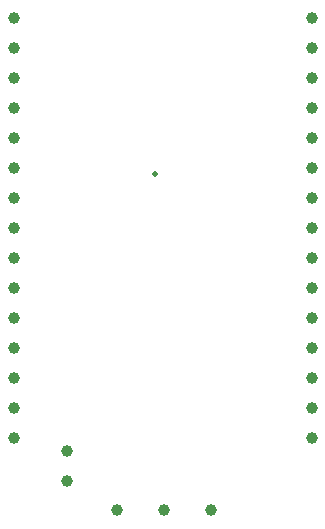
<source format=gbr>
%TF.GenerationSoftware,Altium Limited,Altium Designer,23.4.1 (23)*%
G04 Layer_Color=0*
%FSLAX45Y45*%
%MOMM*%
%TF.SameCoordinates,B93E8061-1334-4625-9DA7-9BA1A821EA0A*%
%TF.FilePolarity,Positive*%
%TF.FileFunction,Plated,1,2,PTH,Drill*%
%TF.Part,Single*%
G01*
G75*
%TA.AperFunction,ComponentDrill*%
%ADD43C,1.00000*%
%ADD44C,1.00000*%
%TA.AperFunction,ViaDrill,NotFilled*%
%ADD45C,0.50000*%
D43*
X600000Y600000D02*
D03*
Y854000D02*
D03*
X145000Y4520001D02*
D03*
Y4266001D02*
D03*
Y4012001D02*
D03*
Y3758001D02*
D03*
Y3504001D02*
D03*
Y3250001D02*
D03*
Y2996001D02*
D03*
Y2742001D02*
D03*
Y2488001D02*
D03*
Y2234001D02*
D03*
Y1980001D02*
D03*
Y1726001D02*
D03*
Y1472001D02*
D03*
Y1218001D02*
D03*
Y964001D02*
D03*
X2669999D02*
D03*
Y1218001D02*
D03*
Y1472001D02*
D03*
Y1726001D02*
D03*
Y1980001D02*
D03*
Y2234001D02*
D03*
Y2488001D02*
D03*
Y2742001D02*
D03*
Y2996001D02*
D03*
Y3250001D02*
D03*
Y3504001D02*
D03*
Y3758001D02*
D03*
Y4012001D02*
D03*
Y4266001D02*
D03*
Y4520001D02*
D03*
D44*
X1816001Y350000D02*
D03*
X1420000D02*
D03*
X1023999D02*
D03*
D45*
X1345000Y3195000D02*
D03*
%TF.MD5,19f96c84b2cdf90cc67bb264582a953b*%
M02*

</source>
